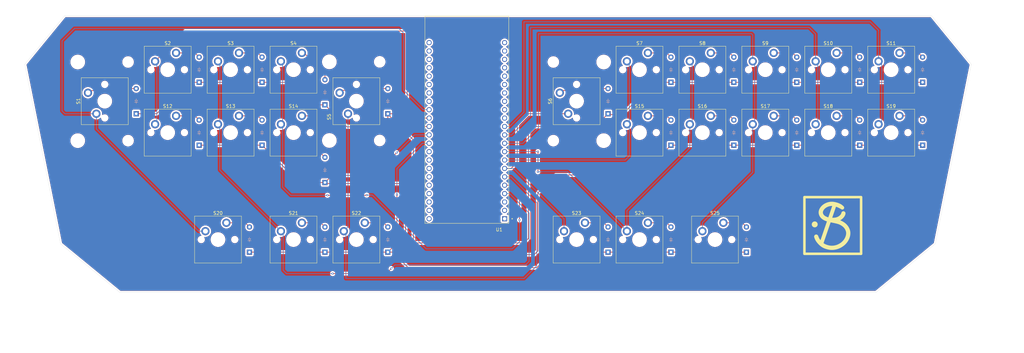
<source format=kicad_pcb>
(kicad_pcb (version 20241229) (generator "pcbnew") (generator_version "9.0")
  (layers (0 "F.Cu" signal) (2 "B.Cu" signal) (13 "F.Paste" user) (15 "B.Paste" user) (5 "F.SilkS" user "F.Silkscreen") (7 "B.SilkS" user "B.Silkscreen") (1 "F.Mask" user) (3 "B.Mask" user) (25 "Edge.Cuts" user))
  (net 0 "")
  (net 1 "row0")
  (net 2 "Net-(D1-A)")
  (net 3 "Net-(D2-A)")
  (net 4 "row1")
  (net 5 "Net-(D3-A)")
  (net 6 "Net-(D4-A)")
  (net 7 "Net-(D5-A)")
  (net 8 "Net-(D6-A)")
  (net 9 "Net-(D7-A)")
  (net 10 "Net-(D8-A)")
  (net 11 "Net-(D9-A)")
  (net 12 "Net-(D10-A)")
  (net 13 "Net-(D11-A)")
  (net 14 "Net-(D12-A)")
  (net 15 "row2")
  (net 16 "Net-(D13-A)")
  (net 17 "Net-(D14-A)")
  (net 18 "Net-(D15-A)")
  (net 19 "Net-(D16-A)")
  (net 20 "Net-(D17-A)")
  (net 21 "Net-(D18-A)")
  (net 22 "Net-(D19-A)")
  (net 23 "Net-(D20-A)")
  (net 24 "Net-(D21-A)")
  (net 25 "Net-(D25-A)")
  (net 26 "Net-(D22-A)")
  (net 27 "Net-(D23-A)")
  (net 28 "Net-(D24-A)")
  (net 29 "col2")
  (net 30 "col7")
  (net 31 "col0")
  (net 32 "col1")
  (net 33 "col3")
  (net 34 "col4")
  (net 35 "col5")
  (net 36 "col6")
  (net 37 "col8")
  (net 38 "col9")
  (net 46 "col10")
  (footprint "ScottoKeebs_MX:MX_PCB_1.00u" (layer "F.Cu") (at 140.5898 88.6228)
    (property "Reference" "S21")
    (property "Value" "Keyswitch")
  )
  (footprint "ScottoKeebs_MX:MX_PCB_1.00u" (layer "F.Cu") (at 321.5648 37.1878)
    (property "Reference" "S11")
    (property "Value" "Keyswitch")
  )
  (footprint "ScottoKeebs_MX:MX_PCB_1.00u" (layer "F.Cu") (at 121.5398 37.1878)
    (property "Reference" "S3")
    (property "Value" "Keyswitch")
  )
  (footprint "ScottoKeebs_MX:MX_PCB_2.00u" (layer "F.Cu") (at 159.6398 46.7128 90)
    (property "Reference" "S5")
    (property "Value" "Keyswitch")
  )
  (footprint "ScottoKeebs_MX:MX_PCB_1.00u" (layer "F.Cu") (at 226.3148 88.6228)
    (property "Reference" "S23")
    (property "Value" "Keyswitch")
  )
  (footprint "ScottoKeebs_MX:MX_PCB_2.00u" (layer "F.Cu") (at 83.4398 46.7128 90)
    (property "Reference" "S1")
    (property "Value" "Keyswitch")
  )
  (footprint "ESP32-S3-DEVKITC-1-N8R8:ESP32-S3-DEVKITC-1-N8R8" (layer "F.Cu") (at 193.0916 52.3536 180)
    (property "Reference" "U1")
    (property "Value" "ESP32-S3-DEVKITC-1-N8R8")
  )
  (footprint "ScottoKeebs_MX:MX_PCB_1.00u" (layer "F.Cu") (at 268.2248 88.6228)
    (property "Reference" "S25")
    (property "Value" "Keyswitch")
  )
  (footprint "ScottoKeebs_MX:MX_PCB_1.00u" (layer "F.Cu") (at 302.5148 37.1878)
    (property "Reference" "S10")
    (property "Value" "Keyswitch")
  )
  (footprint "ScottoKeebs_MX:MX_PCB_1.00u" (layer "F.Cu") (at 283.4648 37.1878)
    (property "Reference" "S9")
    (property "Value" "Keyswitch")
  )
  (footprint "ScottoKeebs_MX:MX_PCB_1.00u" (layer "F.Cu") (at 117.7298 88.6228)
    (property "Reference" "S20")
    (property "Value" "Keyswitch")
  )
  (footprint "ScottoKeebs_MX:MX_PCB_1.00u" (layer "F.Cu") (at 283.4648 56.2378)
    (property "Reference" "S17")
    (property "Value" "Keyswitch")
  )
  (footprint "ScottoKeebs_MX:MX_PCB_2.00u" (layer "F.Cu") (at 226.3148 46.7128 90)
    (property "Reference" "S6")
    (property "Value" "Keyswitch")
  )
  (footprint "ScottoKeebs_MX:MX_PCB_1.00u" (layer "F.Cu") (at 245.3648 88.6228)
    (property "Reference" "S24")
    (property "Value" "Keyswitch")
  )
  (footprint "ScottoKeebs_MX:MX_PCB_1.00u" (layer "F.Cu") (at 302.5148 56.2378)
    (property "Reference" "S18")
    (property "Value" "Keyswitch")
  )
  (footprint "ScottoKeebs_MX:MX_PCB_1.00u" (layer "F.Cu") (at 245.3648 37.1878)
    (property "Reference" "S7")
    (property "Value" "Keyswitch")
  )
  (footprint "ScottoKeebs_MX:MX_PCB_1.00u" (layer "F.Cu") (at 102.4898 56.2378)
    (property "Reference" "S12")
    (property "Value" "Keyswitch")
  )
  (footprint "marbastlib-mx:STAB_MX_2u" (layer "F.Cu") (at 226.264 46.7636 90)
    (property "Reference" "S28" (hide yes))
    (property "Value" "MX_stab")
  )
  (footprint "ScottoKeebs_MX:MX_PCB_1.00u" (layer "F.Cu") (at 321.5648 56.2378)
    (property "Reference" "S19")
    (property "Value" "Keyswitch")
  )
  (footprint "ScottoKeebs_MX:MX_PCB_1.00u" (layer "F.Cu") (at 140.5898 56.2378)
    (property "Reference" "S14")
    (property "Value" "Keyswitch")
  )
  (footprint "ScottoKeebs_MX:MX_PCB_1.00u" (layer "F.Cu") (at 159.6398 88.6228)
    (property "Reference" "S22")
    (property "Value" "Keyswitch")
  )
  (footprint "marbastlib-mx:STAB_MX_2u" (layer "F.Cu") (at 83.516 46.7636 -90)
    (property "Reference" "S26" (hide yes))
    (property "Value" "MX_stab")
  )
  (footprint "logo.preety:logo_30" (layer "F.Cu") (at 303.888231 85.675564)
    (property "Reference" "G***" (hide yes))
    (property "Value" "LOGO" (hide yes))
  )
  (footprint "ScottoKeebs_MX:MX_PCB_1.00u" (layer "F.Cu") (at 102.4898 37.1878)
    (property "Reference" "S2")
    (property "Value" "Keyswitch")
  )
  (footprint "ScottoKeebs_MX:MX_PCB_1.00u" (layer "F.Cu") (at 245.3648 56.2378)
    (property "Reference" "S15")
    (property "Value" "Keyswitch")
  )
  (footprint "ScottoKeebs_MX:MX_PCB_1.00u" (layer "F.Cu") (at 140.5898 37.1878)
    (property "Reference" "S4")
    (property "Value" "Keyswitch")
  )
  (footprint "ScottoKeebs_MX:MX_PCB_1.00u" (layer "F.Cu") (at 264.4148 56.2378)
    (property "Reference" "S16")
    (property "Value" "Keyswitch")
  )
  (footprint "ScottoKeebs_MX:MX_PCB_1.00u" (layer "F.Cu") (at 264.4148 37.1878)
    (property "Reference" "S8")
    (property "Value" "Keyswitch")
  )
  (footprint "ScottoKeebs_MX:MX_PCB_1.00u" (layer "F.Cu") (at 121.5398 56.2378)
    (property "Reference" "S13")
    (property "Value" "Keyswitch")
  )
  (footprint "marbastlib-mx:STAB_MX_2u" (layer "F.Cu") (at 159.70835 46.7128 -90)
    (property "Reference" "S27" (hide yes))
    (property "Value" "MX_stab")
  )
  (footprint "ScottoKeebs_Components:Diode_DO-35" (layer "B.Cu") (at 150.1148 71.3508 90)
    (property "Reference" "D14" (hide yes))
    (property "Value" "Diode" (hide yes))
  )
  (footprint "ScottoKeebs_Components:Diode_DO-35" (layer "B.Cu") (at 331.0898 60.0478 90)
    (property "Reference" "D19" (hide yes))
    (property "Value" "Diode" (hide yes))
  )
  (footprint "ScottoKeebs_Components:Diode_DO-35" (layer "B.Cu") (at 112.0148 60.0478 90)
    (property "Reference" "D12" (hide yes))
    (property "Value" "Diode" (hide yes))
  )
  (footprint "ScottoKeebs_Components:Diode_DO-35" (layer "B.Cu") (at 254.8898 92.4328 90)
    (property "Reference" "D24" (hide yes))
    (property "Value" "Diode" (hide yes))
  )
  (footprint "ScottoKeebs_Components:Diode_DO-35" (layer "B.Cu") (at 331.0898 40.9978 90)
    (property "Reference" "D11" (hide yes))
    (property "Value" "Diode" (hide yes))
  )
  (footprint "ScottoKeebs_Components:Diode_DO-35" (layer "B.Cu") (at 235.8398 92.4328 90)
    (property "Reference" "D23" (hide yes))
    (property "Value" "Diode" (hide yes))
  )
  (footprint "ScottoKeebs_Components:Diode_DO-35" (layer "B.Cu") (at 131.0648 60.0478 90)
    (property "Reference" "D13" (hide yes))
    (property "Value" "Diode" (hide yes))
  )
  (footprint "ScottoKeebs_Components:Diode_DO-35" (layer "B.Cu") (at 127.2548 92.4328 90)
    (property "Reference" "D20" (hide yes))
    (property "Value" "Diode" (hide yes))
  )
  (footprint "ScottoKeebs_Components:Diode_DO-35" (layer "B.Cu") (at 169.1648 50.5228 90)
    (property "Reference" "D5" (hide yes))
    (property "Value" "Diode" (hide yes))
  )
  (footprint "ScottoKeebs_Components:Diode_DO-35" (layer "B.Cu") (at 292.9898 60.0478 90)
    (property "Reference" "D17" (hide yes))
    (property "Value" "Diode" (hide yes))
  )
  (footprint "ScottoKeebs_Components:Diode_DO-35" (layer "B.Cu") (at 150.1148 92.4328 90)
    (property "Reference" "D21" (hide yes))
    (property "Value" "Diode" (hide yes))
  )
  (footprint "ScottoKeebs_Components:Diode_DO-35" (layer "B.Cu") (at 150.1148 47.8304 90)
    (property "Reference" "D4" (hide yes))
    (property "Value" "Diode" (hide yes))
  )
  (footprint "ScottoKeebs_Components:Diode_DO-35" (layer "B.Cu") (at 169.1648 92.4328 90)
    (property "Reference" "D22" (hide yes))
    (property "Value" "Diode" (hide yes))
  )
  (footprint "ScottoKeebs_Components:Diode_DO-35" (layer "B.Cu") (at 92.9648 50.5228 90)
    (property "Reference" "D1" (hide yes))
    (property "Value" "Diode" (hide yes))
  )
  (footprint "ScottoKeebs_Components:Diode_DO-35" (layer "B.Cu") (at 254.8898 60.0478 90)
    (property "Reference" "D15" (hide yes))
    (property "Value" "Diode" (hide yes))
  )
  (footprint "ScottoKeebs_Components:Diode_DO-35" (layer "B.Cu") (at 277.7498 92.4328 90)
    (property "Reference" "D25" (hide yes))
    (property "Value" "Diode" (hide yes))
  )
  (footprint "ScottoKeebs_Components:Diode_DO-35" (layer "B.Cu") (at 312.0398 40.9978 90)
    (property "Reference" "D10" (hide yes))
    (property "Value" "Diode" (hide yes))
  )
  (footprint "ScottoKeebs_Components:Diode_DO-35" (layer "B.Cu") (at 312.0398 60.0478 90)
    (property "Reference" "D18" (hide yes))
    (property "Value" "Diode" (hide yes))
  )
  (footprint "ScottoKeebs_Components:Diode_DO-35" (layer "B.Cu") (at 131.0648 40.9978 90)
    (property "Reference" "D3" (hide yes))
    (property "Value" "Diode" (hide yes))
  )
  (footprint "ScottoKeebs_Components:Diode_DO-35" (layer "B.Cu") (at 235.8398 50.5228 90)
    (property "Reference" "D6" (hide yes))
    (property "Value" "Diode" (hide yes))
  )
  (footprint "ScottoKeebs_Components:Diode_DO-35" (layer "B.Cu") (at 112.0148 40.9978 90)
    (property "Reference" "D2" (hide yes))
    (property "Value" "Diode" (hide yes))
  )
  (footprint "ScottoKeebs_Components:Diode_DO-35" (layer "B.Cu") (at 292.9898 40.9978 90)
    (property "Reference" "D9" (hide yes))
    (property "Value" "Diode" (hide yes))
  )
  (footprint "ScottoKeebs_Components:Diode_DO-35" (layer "B.Cu") (at 273.9398 60.0478 90)
    (property "Reference" "D16" (hide yes))
    (property "Value" "Diode" (hide yes))
  )
  (footprint "ScottoKeebs_Components:Diode_DO-35" (layer "B.Cu") (at 273.9398 40.9978 90)
    (property "Reference" "D8" (hide yes))
    (property "Value" "Diode" (hide yes))
  )
  (footprint "ScottoKeebs_Components:Diode_DO-35" (layer "B.Cu") (at 254.8898 40.9978 90)
    (property "Reference" "D7" (hide yes))
    (property "Value" "Diode" (hide yes))
  )
  (gr_line (start 345.829958 35.520313) (end 333.77734 20.812732) (stroke (width 0.05)) (layer "Edge.Cuts"))
  (gr_line (start 316.979911 104.632732) (end 88.008514 104.632732) (stroke (width 0.05)) (layer "Edge.Cuts"))
  (gr_line (start 59.227937 35.523132) (end 70.075234 89.922332) (stroke (width 0.05)) (layer "Edge.Cuts"))
  (gr_line (start 70.075234 89.922332) (end 88.008514 104.632732) (stroke (width 0.05)) (layer "Edge.Cuts"))
  (gr_line (start 345.829958 35.520313) (end 334.927293 89.925151) (stroke (width 0.05)) (layer "Edge.Cuts"))
  (gr_line (start 333.77734 20.812732) (end 71.294657 20.812732) (stroke (width 0.05)) (layer "Edge.Cuts"))
  (gr_line (start 71.294657 20.812732) (end 59.227937 35.523132) (stroke (width 0.05)) (layer "Edge.Cuts"))
  (gr_line (start 334.927293 89.925151) (end 316.979911 104.632732) (stroke (width 0.05)) (layer "Edge.Cuts"))
  (segment (start 249.9114 40.9978) (end 254.8898 40.9978) (width 0.2) (layer "F.Cu") (net 1))
  (segment (start 236.0938 50.7768) (end 240.1324 50.7768) (width 0.2) (layer "F.Cu") (net 1))
  (segment (start 176.8864 58.4476) (end 176.8864 89.6388) (width 0.2) (layer "F.Cu") (net 1))
  (segment (start 150.1148 47.8304) (end 156.7696 54.4852) (width 0.2) (layer "F.Cu") (net 1))
  (segment (start 169.1648 51.742) (end 169.1648 50.5228) (width 0.2) (layer "F.Cu") (net 1))
  (segment (start 231.979 54.3836) (end 235.8398 50.5228) (width 0.2) (layer "F.Cu") (net 1))
  (segment (start 210.3636 89.6388) (end 211.7352 88.2672) (width 0.2) (layer "F.Cu") (net 1))
  (segment (start 147.8288 47.8304) (end 150.1148 47.8304) (width 0.2) (layer "F.Cu") (net 1))
  (segment (start 147.778 47.8812) (end 147.8288 47.8304) (width 0.2) (layer "F.Cu") (net 1))
  (segment (start 254.8898 40.9978) (end 331.0898 40.9978) (width 0.2) (layer "F.Cu") (net 1))
  (segment (start 156.7696 54.4852) (end 166.4216 54.4852) (width 0.2) (layer "F.Cu") (net 1))
  (segment (start 172.8224 50.5228) (end 176.6832 54.3836) (width 0.2) (layer "F.Cu") (net 1))
  (segment (start 235.8398 50.5228) (end 236.0938 50.7768) (width 0.2) (layer "F.Cu") (net 1))
  (segment (start 240.1324 50.7768) (end 249.9114 40.9978) (width 0.2) (layer "F.Cu") (net 1))
  (segment (start 112.0148 40.9978) (end 131.0648 40.9978) (width 0.2) (layer "F.Cu") (net 1))
  (segment (start 211.7352 88.2672) (end 211.7352 56.2124) (width 0.2) (layer "F.Cu") (net 1))
  (segment (start 211.7352 56.2124) (end 213.564 54.3836) (width 0.2) (layer "F.Cu") (net 1))
  (segment (start 140.8946 40.9978) (end 147.778 47.8812) (width 0.2) (layer "F.Cu") (net 1))
  (segment (start 169.1648 50.5228) (end 172.8224 50.5228) (width 0.2) (layer "F.Cu") (net 1))
  (segment (start 166.4216 54.4852) (end 169.1648 51.742) (width 0.2) (layer "F.Cu") (net 1))
  (segment (start 131.0648 40.9978) (end 140.8946 40.9978) (width 0.2) (layer "F.Cu") (net 1))
  (segment (start 92.9648 50.5228) (end 99.1624 50.5228) (width 0.2) (layer "F.Cu") (net 1))
  (segment (start 176.8864 89.6388) (end 210.3636 89.6388) (width 0.2) (layer "F.Cu") (net 1))
  (segment (start 169.1648 50.5228) (end 169.1648 50.726) (width 0.2) (layer "F.Cu") (net 1))
  (segment (start 169.1648 50.726) (end 176.8864 58.4476) (width 0.2) (layer "F.Cu") (net 1))
  (segment (start 213.564 54.3836) (end 231.979 54.3836) (width 0.2) (layer "F.Cu") (net 1))
  (segment (start 99.1624 50.5228) (end 108.6874 40.9978) (width 0.2) (layer "F.Cu") (net 1))
  (segment (start 176.6832 54.3836) (end 181.6616 54.3836) (width 0.2) (layer "F.Cu") (net 1))
  (segment (start 108.6874 40.9978) (end 112.0148 40.9978) (width 0.2) (layer "F.Cu") (net 1))
  (segment (start 78.3598 44.1728) (end 79.0202 43.5124) (width 0.2) (layer "F.Cu") (net 2))
  (segment (start 86.4624 43.5124) (end 87.072 42.9028) (width 0.2) (layer "F.Cu") (net 2))
  (segment (start 79.0202 43.5124) (end 86.4624 43.5124) (width 0.2) (layer "F.Cu") (net 2))
  (segment (start 87.072 42.9028) (end 92.9648 42.9028) (width 0.2) (layer "F.Cu") (net 2))
  (segment (start 110.7448 32.1078) (end 112.0148 33.3778) (width 0.2) (layer "F.Cu") (net 3))
  (segment (start 105.0298 32.1078) (end 110.7448 32.1078) (width 0.2) (layer "F.Cu") (net 3))
  (segment (start 254.8898 60.0478) (end 312.0398 60.0478) (width 0.2) (layer "F.Cu") (net 4))
  (segment (start 131.0648 60.0478) (end 142.3678 71.3508) (width 0.2) (layer "F.Cu") (net 4))
  (segment (start 214.58 74.5004) (end 220.0156 69.0648) (width 0.2) (layer "F.Cu") (net 4))
  (segment (start 213.4624 93.1948) (end 214.58 92.0772) (width 0.2) (layer "F.Cu") (net 4))
  (segment (start 171.8318 62.3338) (end 164.9992 69.1664) (width 0.2) (layer "F.Cu") (net 4))
  (segment (start 142.3678 71.3508) (end 150.1148 71.3508) (width 0.2) (layer "F.Cu") (net 4))
  (segment (start 214.58 92.0772) (end 214.58 74.5004) (width 0.2) (layer "F.Cu") (net 4))
  (segment (start 245.8728 69.0648) (end 254.8898 60.0478) (width 0.2) (layer "F.Cu") (net 4))
  (segment (start 150.4196 71.6556) (end 174.5496 71.6556) (width 0.2) (layer "F.Cu") (net 4))
  (segment (start 152.2992 69.1664) (end 150.1148 71.3508) (width 0.2) (layer "F.Cu") (net 4))
  (segment (start 174.5496 93.1948) (end 213.4624 93.1948) (width 0.2) (layer "F.Cu") (net 4))
  (segment (start 112.0148 60.0478) (end 131.0648 60.0478) (width 0.2) (layer "F.Cu") (net 4))
  (segment (start 312.0398 60.0478) (end 331.0898 60.0478) (width 0.2) (layer "F.Cu") (net 4))
  (segment (start 220.0156 69.0648) (end 245.8728 69.0648) (width 0.2) (layer "F.Cu") (net 4))
  (segment (start 164.9992 69.1664) (end 152.2992 69.1664) (width 0.2) (layer "F.Cu") (net 4))
  (segment (start 174.5496 71.6556) (end 174.5496 93.1948) (width 0.2) (layer "F.Cu") (net 4))
  (segment (start 150.1148 71.3508) (end 150.4196 71.6556) (width 0.2) (layer "F.Cu") (net 4))
  (via (at 171.8318 62.3338) (size 0.6) (drill 0.3) (layers "F.Cu" "B.Cu") (net 4))
  (segment (start 177.242 56.9236) (end 181.6616 56.9236) (width 0.2) (layer "B.Cu") (net 4))
  (segment (start 171.8318 62.3338) (end 177.242 56.9236) (width 0.2) (layer "B.Cu") (net 4))
  (segment (start 129.7948 32.1078) (end 131.0648 33.3778) (width 0.2) (layer "F.Cu") (net 5))
  (segment (start 124.0798 32.1078) (end 129.7948 32.1078) (width 0.2) (layer "F.Cu") (net 5))
  (segment (start 143.1298 32.1078) (end 143.7902 32.1078) (width 0.2) (layer "F.Cu") (net 6))
  (segment (start 150.1148 38.4324) (end 150.1148 40.2104) (width 0.2) (layer "F.Cu") (net 6))
  (segment (start 143.7902 32.1078) (end 150.1148 38.4324) (width 0.2) (layer "F.Cu") (net 6))
  (segment (start 155.3218 43.4108) (end 163.3736 43.4108) (width 0.2) (layer "F.Cu") (net 7))
  (segment (start 163.8816 42.9028) (end 169.1648 42.9028) (width 0.2) (layer "F.Cu") (net 7))
  (segment (start 154.5598 44.1728) (end 155.3218 43.4108) (width 0.2) (layer "F.Cu") (net 7))
  (segment (start 163.3736 43.4108) (end 163.8816 42.9028) (width 0.2) (layer "F.Cu") (net 7))
  (segment (start 221.2348 44.1728) (end 221.946 43.4616) (width 0.2) (layer "F.Cu") (net 8))
  (segment (start 229.6168 43.4616) (end 230.1756 42.9028) (width 0.2) (layer "F.Cu") (net 8))
  (segment (start 230.1756 42.9028) (end 235.8398 42.9028) (width 0.2) (layer "F.Cu") (net 8))
  (segment (start 221.946 43.4616) (end 229.6168 43.4616) (width 0.2) (layer "F.Cu") (net 8))
  (segment (start 247.9048 32.1078) (end 253.6198 32.1078) (width 0.2) (layer "F.Cu") (net 9))
  (segment (start 253.6198 32.1078) (end 254.8898 33.3778) (width 0.2) (layer "F.Cu") (net 9))
  (segment (start 272.6698 32.1078) (end 273.9398 33.3778) (width 0.2) (layer "F.Cu") (net 10))
  (segment (start 266.9548 32.1078) (end 272.6698 32.1078) (width 0.2) (layer "F.Cu") (net 10))
  (segment (start 286.0048 32.1078) (end 291.7198 32.1078) (width 0.2) (layer "F.Cu") (net 11))
  (segment (start 291.7198 32.1078) (end 292.9898 33.3778) (width 0.2) (layer "F.Cu") (net 11))
  (segment (start 305.0548 32.1078) (end 310.7698 32.1078) (width 0.2) (layer "F.Cu") (net 12))
  (segment (start 310.7698 32.1078) (end 312.0398 33.3778) (width 0.2) (layer "F.Cu") (net 12))
  (segment (start 324.1048 32.1078) (end 329.8198 32.1078) (width 0.2) (layer "F.Cu") (net 13))
  (segment (start 329.8198 32.1078) (end 331.0898 33.3778) (width 0.2) (layer "F.Cu") (net 13))
  (segment (start 105.0298 51.1578) (end 110.7448 51.1578) (width 0.2) (layer "F.Cu") (net 14))
  (segment (start 110.7448 51.1578) (end 112.0148 52.4278) (width 0.2) (layer "F.Cu") (net 14))
  (segment (start 169.1648 92.4328) (end 170.638 92.4328) (width 0.2) (layer "F.Cu") (net 15))
  (segment (start 175.3624 97.1572) (end 214.2244 97.1572) (width 0.2) (layer "F.Cu") (net 15))
  (segment (start 170.638 92.4328) (end 175.3624 97.1572) (width 0.2) (layer "F.Cu") (net 15))
  (segment (start 218.9488 92.4328) (end 235.8398 92.4328) (width 0.2) (layer "F.Cu") (net 15))
  (segment (start 169.1648 92.4328) (end 171.908 89.6896) (width 0.2) (layer "F.Cu") (net 15))
  (segment (start 127.2548 92.4328) (end 169.1648 92.4328) (width 0.2) (layer "F.Cu") (net 15))
  (segment (start 235.8398 92.4328) (end 277.7498 92.4328) (width 0.2) (layer "F.Cu") (net 15))
  (segment (start 171.908 89.6896) (end 171.908 75.0496) (width 0.2) (layer "F.Cu") (net 15))
  (segment (start 214.2244 97.1572) (end 218.9488 92.4328) (width 0.2) (layer "F.Cu") (net 15))
  (via (at 171.908 75.0496) (size 0.6) (drill 0.3) (layers "F.Cu" "B.Cu") (net 15))
  (segment (start 179.5788 59.4636) (end 181.6616 59.4636) (width 0.2) (layer "B.Cu") (net 15))
  (segment (start 171.908 67.1344) (end 179.5788 59.4636) (width 0.2) (layer "B.Cu") (net 15))
  (segment (start 171.908 75.0496) (end 171.908 67.1344) (width 0.2) (layer "B.Cu") (net 15))
  (segment (start 129.7948 51.1578) (end 131.0648 52.4278) (width 0.2) (layer "F.Cu") (net 16))
  (segment (start 124.0798 51.1578) (end 129.7948 51.1578) (width 0.2) (layer "F.Cu") (net 16))
  (segment (start 143.1298 51.1578) (end 147.8542 51.1578) (width 0.2) (layer "F.Cu") (net 17))
  (segment (start 147.8542 51.1578) (end 148.0828 51.3864) (width 0.2) (layer "F.Cu") (net 17))
  (segment (start 148.0828 51.3864) (end 148.0828 61.6988) (width 0.2) (layer "F.Cu") (net 17))
  (segment (start 148.0828 61.6988) (end 150.1148 63.7308) (width 0.2) (layer "F.Cu") (net 17))
  (segment (start 253.6198 51.1578) (end 254.8898 52.4278) (width 0.2) (layer "F.Cu") (net 18))
  (segment (start 247.9048 51.1578) (end 253.6198 51.1578) (width 0.2) (layer "F.Cu") (net 18))
  (segment (start 272.6698 51.1578) (end 273.9398 52.4278) (width 0.2) (layer "F.Cu") (net 19))
  (segment (start 266.9548 51.1578) (end 272.6698 51.1578) (width 0.2) (layer "F.Cu") (net 19))
  (segment (start 291.7198 51.1578) (end 292.9898 52.4278) (width 0.2) (layer "F.Cu") (net 20))
  (segment (start 286.0048 51.1578) (end 291.7198 51.1578) (width 0.2) (layer "F.Cu") (net 20))
  (segment (start 305.0548 51.1578) (end 310.7698 51.1578) (width 0.2) (layer "F.Cu") (net 21))
  (segment (start 310.7698 51.1578) (end 312.0398 52.4278) (width 0.2) (layer "F.Cu") (net 21))
  (segment (start 329.8198 51.1578) (end 331.0898 52.4278) (width 0.2) (layer "F.Cu") (net 22))
  (segment (start 324.1048 51.1578) (end 329.8198 51.1578) (width 0.2) (layer "F.Cu") (net 22))
  (segment (start 125.9848 83.5428) (end 127.2548 84.8128) (width 0.2) (layer "F.Cu") (net 23))
  (segment (start 120.2698 83.5428) (end 125.9848 83.5428) (width 0.2) (layer "F.Cu") (net 23))
  (segment (start 143.1298 83.5428) (end 148.8448 83.5428) (width 0.2) (layer "F.Cu") (net 24))
  (segment (start 148.8448 83.5428) (end 150.1148 84.8128) (width 0.2) (layer "F.Cu") (net 24))
  (segment (start 276.4798 83.5428) (end 277.7498 84.8128) (width 0.2) (layer "F.Cu") (net 25))
  (segment (start 270.7648 83.5428) (end 276.4798 83.5428) (width 0.2) (layer "F.Cu") (net 25))
  (segment (start 167.8948 83.5428) (end 169.1648 84.8128) (width 0.2) (layer "F.Cu") (net 26))
  (segment (start 162.1798 83.5428) (end 167.8948 83.5428) (width 0.2) (layer "F.Cu") (net 26))
  (segment (start 234.5698 83.5428) (end 235.8398 84.8128) (width 0.2) (layer "F.Cu") (net 27))
  (segment (start 228.8548 83.5428) (end 234.5698 83.5428) (width 0.2) (layer "F.Cu") (net 27))
  (segment (start 247.9048 83.5428) (end 253.6198 83.5428) (width 0.2) (layer "F.Cu") (net 28))
  (segment (start 253.6198 83.5428) (end 254.8898 84.8128) (width 0.2) (layer "F.Cu") (net 28))
  (segment (start 168.6568 98.9352) (end 170.1808 97.4112) (width 0.2) (layer "F.Cu") (net 29))
  (segment (start 152.4516 98.9352) (end 168.6568 98.9352) (width 0.2) (layer "F.Cu") (net 29))
  (via (at 170.1808 97.4112) (size 0.6) (drill 0.3) (layers "F.Cu" "B.Cu") (net 29))
  (via (at 152.4516 98.9352) (size 0.6) (drill 0.3) (layers "F.Cu" "B.Cu") (net 29))
  (segment (start 137.4656 97.9192) (end 138.4816 98.9352) (width 0.2) (layer "B.Cu") (net 29))
  (segment (start 211.9384 95.2268) (end 211.9384 80.5964) (width 0.2) (layer "B.Cu") (net 29))
  (segment (start 210.8716 96.2936) (end 211.9384 95.2268) (width 0.2) (layer "B.Cu") (net 29))
  (segment (start 136.7798 86.0828) (end 137.4656 86.7686) (width 0.2) (layer "B.Cu") (net 29))
  (segment (start 117.7298 53.6978) (end 118.2632 54.2312) (width 0.2) (layer "B.Cu") (net 29))
  (segment (start 170.1808 97.4112) (end 171.2984 96.2936) (width 0.2) (layer "B.Cu") (net 29))
  (segment (start 118.2632 67.5662) (end 136.7798 86.0828) (width 0.2) (layer "B.Cu") (net 29))
  (segment (start 118.314 53.1136) (end 117.7298 53.6978) (width 0.2) (layer "B.Cu") (net 29))
  (segment (start 138.4816 98.9352) (end 152.4516 98.9352) (width 0.2) (layer "B.Cu") (net 29))
  (segment (start 171.2984 96.2936) (end 210.8716 96.2936) (width 0.2) (layer "B.Cu") (net 29))
  (segment (start 137.4656 86.7686) (end 137.4656 97.9192) (width 0.2) (layer "B.Cu") (net 29))
  (segment (start 118.314 35.232) (end 118.314 53.1136) (width 0.2) (layer "B.Cu") (net 29))
  (segment (start 118.2632 54.2312) (end 118.2632 67.5662) (width 0.2) (layer "B.Cu") (net 29))
  (segment (start 206.0456 74.7036) (end 204.5216 74.7036) (width 0.2) (layer "B.Cu") (net 29))
  (segment (start 211.9384 80.5964) (end 206.0456 74.7036) (width 0.2) (layer "B.Cu") (net 29))
  (segment (start 117.7298 34.6478) (end 118.314 35.232) (width 0.2) (layer "B.Cu") (net 29))
  (segment (start 214.6308 68.0488) (end 214.6308 62.0036) (width 0.2) (layer "F.Cu") (net 30))
  (segment (start 214.58 68.0996) (end 214.6308 68.0488) (width 0.2) (layer "F.Cu") (net 30))
  (via (at 214.6308 62.0036) (size 0.6) (drill 0.3) (layers "F.Cu" "B.Cu") (net 30))
  (via (at 214.58 68.0996) (size 0.6) (drill 0.3) (layers "F.Cu" "B.Cu") (net 30))
  (segment (start 214.58 68.0996) (end 223.5716 68.0996) (width 0.2) (layer "B.Cu") (net 30))
  (segment (start 214.58 61.9528) (end 204.5724 61.9528) (width 0.2) (layer "B.Cu") (net 30))
  (segment (start 260.6048 34.6478) (end 261.316 35.359) (width 0.2) (layer "B.Cu") (net 30))
  (segment (start 260.6048 60.8352) (end 241.5548 79.8852) (width 0.2) (layer "B.Cu") (net 30))
  (segment (start 214.6308 62.0036) (end 214.58 61.9528) (width 0.2) (layer "B.Cu") (net 30))
  (segment (start 261.316 52.9866) (end 260.6048 53.6978) (width 0.2) (layer "B.Cu") (net 30))
  (segment (start 204.5724 61.9528) (end 204.5216 62.0036) (width 0.2) (layer "B.Cu") (net 30))
  (segment (start 241.5548 79.8852) (end 241.5548 86.0828) (width 0.2) (layer "B.Cu") (net 30))
  (segment (start 223.5716 68.0996) (end 241.5548 86.0828) (width 0.2) (layer "B.Cu") (net 30))
  (segment (start 261.316 35.359) (end 261.316 52.9866) (width 0.2) (layer "B.Cu") (net 30))
  (segment (start 260.6048 53.6978) (end 260.6048 60.8352) (width 0.2) (layer "B.Cu") (net 30))
  (segment (start 80.8998 55.138974) (end 111.843626 86.0828) (width 0.2) (layer "B.Cu") (net 31))
  (segment (start 71.3748 50.5228) (end 70.5112 49.6592) (width 0.2) (layer "B.Cu") (net 31))
  (segment (start 80.8998 50.5228) (end 80.8998 55.138974) (width 0.2) (layer "B.Cu") (net 31))
  (segment (start 70.5112 49.6592) (end 70.5112 28.4756) (width 0.2) (layer "B.Cu") (net 31))
  (segment (start 70.5112 28.4756) (end 74.2704 24.7164) (width 0.2) (layer "B.Cu") (net 31))
  (segment (start 172.5176 24.7164) (end 173.94 26.1388) (width 0.2) (layer "B.Cu") (net 31))
  (segment (start 173.94 26.1388) (end 173.94 43.4108) (width 0.2) (layer "B.Cu") (net 31))
  (segment (start 80.8998 50.5228) (end 71.3748 50.5228) (width 0.2) (layer "B.Cu") (net 31))
  (segment (start 179.8328 49.3036) (end 181.6616 49.3036) (width 0.2) (layer "B.Cu") (net 31))
  (segment (start 111.843626 86.0828) (end 113.9198 86.0828) (width 0.2) (layer "B.Cu") (net 31))
  (segment (start 173.94 43.4108) (end 179.8328 49.3036) (width 0.2) (layer "B.Cu") (net 31))
  (segment (start 74.2704 24.7164) (end 172.5176 24.7164) (width 0.2) (layer "B.Cu") (net 31))
  (segment (start 178.9184 51.8436) (end 181.6616 51.8436) (width 0.2) (layer "F.Cu") (net 32))
  (segment (start 98.6798 34.6478) (end 107.8492 25.4784) (width 0.2) (layer "F.Cu") (net 32))
  (segment (start 107.8492 25.4784) (end 175.0068 25.4784) (width 0.2) (layer "F.Cu") (net 32))
  (segment (start 175.0068 25.4784) (end 175.0068 47.932) (width 0.2) (layer "F.Cu") (net 32))
  (segment (start 175.0068 47.932) (end 178.9184 51.8436) (width 0.2) (layer "F.Cu") (net 32))
  (segment (start 99.2132 35.1812) (end 99.2132 53.1644) (width 0.2) (layer "B.Cu") (net 32))
  (segment (start 98.6798 34.6478) (end 99.2132 35.1812) (width 0.2) (layer "B.Cu") (net 32))
  (segment (start 99.2132 53.1644) (end 98.6798 53.6978) (width 0.2) (layer "B.Cu") (net 32))
  (segment (start 150.8768 75.2116) (end 162.7132 75.2116) (width 0.2) (layer "F.Cu") (net 33))
  (segment (start 205.9948 72.1636) (end 204.5216 72.1636) (width 0.2) (layer "F.Cu") (net 33))
  (segment (start 209.0428 82.6792) (end 209.0428 75.2116) (width 0.2) (layer "F.Cu") (net 33))
  (segment (start 209.0428 75.2116) (end 205.9948 72.1636) (width 0.2) (layer "F.Cu") (net 33))
  (segment (start 162.7132 75.2116) (end 162.764 75.1608) (width 0.2) (layer "F.Cu") (net 33))
  (via (at 150.8768 75.2116) (size 0.6) (drill 0.3) (layers "F.Cu" "B.Cu") (net 33))
  (via (at 209.0428 82.6792) (size 0.6) (drill 0.3) (layers "F.Cu" "B.Cu") (net 33))
  (via (at 162.764 75.1608) (size 0.6) (drill 0.3) (layers "F.Cu" "B.Cu") (net 33))
  (segment (start 209.0428 89.2324) (end 206.8584 91.4168) (width 0.2) (layer "B.Cu") (net 33))
  (segment (start 139.7516 75.2116) (end 150.8768 75.2116) (width 0.2) (layer "B.Cu") (net 33))
  (segment (start 164.4912 75.1608) (end 162.764 75.1608) (width 0.2) (layer "B.Cu") (net 33))
  (segment (start 137.3132 53.1644) (end 136.7798 53.6978) (width 0.2) (layer "B.Cu") (net 33))
  (segment (start 180.7472 91.4168) (end 164.4912 75.1608) (width 0.2) (layer "B.Cu") (net 33))
  (segment (start 136.7798 34.6478) (end 137.3132 35.1812) (width 0.2) (layer "B.Cu") (net 33))
  (segment (start 206.8584 91.4168) (end 180.7472 91.4168) (width 0.2) (layer "B.Cu") (net 33))
  (segment (start 137.3132 72.7732) (end 139.7516 75.2116) (width 0.2) (layer "B.Cu") (net 33))
  (segment (start 209.0428 82.6792) (end 209.0428 89.2324) (width 0.2) (layer "B.Cu") (net 33))
  (segment (start 137.3132 35.1812) (end 137.3132 53.1644) (width 0.2) (layer "B.Cu") (net 33))
  (segment (start 136.7798 53.6978) (end 137.3132 54.2312) (width 0.2) (layer "B.Cu") (net 33))
  (segment (start 137.3132 54.2312) (end 137.3132 72.7732) (width 0.2) (layer "B.Cu") (net 33))
  (segment (start 156.4648 100.4084) (end 210.4144 100.4084) (width 0.2) (layer "B.Cu") (net 34))
  (segment (start 157.0998 50.5228) (end 157.0998 84.8128) (width 0.2) (layer "B.Cu") (net 34))
  (segment (start 156.4648 86.7178) (end 156.4648 100.4084) (width 0.2) (layer "B.Cu") (net 34))
  (segment (start 206.452 69.6236) (end 204.5216 69.6236) (width 0.2) (layer "B.Cu") (net 34))
  (segment (start 157.0998 84.8128) (end 155.8298 86.0828) (width 0.2) (layer "B.Cu") (net 34))
  (segment (start 214.2752 96.5476) (end 214.2752 77.4468) (width 0.2) (layer "B.Cu") (net 34))
  (segment (start 155.8298 86.0828) (end 156.4648 86.7178) (width 0.2) (layer "B.Cu") (net 34))
  (segment (start 210.4144 100.4084) (end 214.2752 96.5476) (width 0.2) (layer "B.Cu") (net 34))
  (segment (start 214.2752 77.4468) (end 206.452 69.6236) (width 0.2) (layer "B.Cu") (net 34))
  (segment (start 223.7748 50.5228) (end 211.5828 50.5228) (width 0.2) (layer "F.Cu") (net 35))
  (segment (start 211.5828 50.5228) (end 208.3316 53.774) (width 0.2) (layer "F.Cu") (net 35))
  (segment (start 208.3316 65.2548) (end 206.5028 67.0836) (width 0.2) (layer "F.Cu") (net 35))
  (segment (start 208.3316 53.774) (end 208.3316 65.2548) (width 0.2) (layer "F.Cu") (net 35))
  (segment (start 206.5028 67.0836) (end 204.5216 67.0836) (width 0.2) (layer "F.Cu") (net 35))
  (segment (start 204.5216 67.0836) (end 207.2648 67.0836) (width 0.2) (layer "B.Cu") (net 35))
  (segment (start 207.2648 67.0836) (end 222.5048 82.3236) (width 0.2) (layer "B.Cu") (net 35))
  (segment (start 222.5048 82.3236) (end 222.5048 86.0828) (width 0.2) (layer "B.Cu") (net 35))
  (segment (start 241.5548 34.6478) (end 242.266 35.359) (width 0.2) (layer "B.Cu") (net 36))
  (segment (start 242.266 63.3244) (end 241.0468 64.5436) (width 0.2) (layer "B.Cu") (net 36))
  (segment (start 242.266 35.359) (end 242.266 52.9866) (width 0.2) (layer "B.Cu") (net 36))
  (segment (start 242.266 52.9866) (end 241.5548 53.6978) (width 0.2) (layer "B.Cu") (net 36))
  (segment (start 241.0468 64.5436) (end 204.5216 64.5436) (width 0.2) (layer "B.Cu") (net 36))
  (segment (start 241.5548 53.6978) (end 242.266 54.409) (width 0.2) (layer "B.Cu") (net 36))
  (segment (start 242.266 54.409) (end 242.266 63.3244) (width 0.2) (layer "B.Cu") (net 36))
  (segment (start 279.2992 26.2912) (end 214.7832 26.2912) (width 0.2) (layer "B.Cu") (net 37))
  (segment (start 279.6548 53.6978) (end 279.6548 68.252) (width 0.2) (layer "B.Cu") (net 37))
  (segment (start 264.4148 83.492) (end 264.4148 86.0828) (width 0.2) (layer "B.Cu") (net 37))
  (segment (start 210.0588 59.4636) (end 204.5216 59.4636) (width 0.2) (layer "B.Cu") (net 37))
  (segment (start 280.2644 35.2574) (end 280.2644 53.0882) (width 0.2) (layer "B.Cu") (net 37))
  (segment (start 214.7832 54.7392) (end 210.0588 59.4636) (width 0.2) (layer "B.Cu") (net 37))
  (segment (start 279.6548 34.6478) (end 279.6548 26.6468) (width 0.2) (layer "B.Cu") (net 37))
  (segment (start 279.6548 34.6478) (end 280.2644 35.2574) (width 0.2) (layer "B.Cu") (net 37))
  (segment (start 280.2644 53.0882) (end 279.6548 53.6978) (width 0.2) (layer "B.Cu") (net 37))
  (segment (start 214.7832 26.2912) (end 214.7832 54.7392) (width 0.2) (layer "B.Cu") (net 37))
  (segment (start 279.6548 26.6468) (end 279.2992 26.2912) (width 0.2) (layer "B.Cu") (net 37))
  (segment (start 279.6548 68.252) (end 264.4148 83.492) (width 0.2) (layer "B.Cu") (net 37))
  (segment (start 296.7236 24.4116) (end 212.3956 24.4116) (width 0.2) (layer "B.Cu") (net 38))
  (segment (start 298.7048 34.6478) (end 299.3652 35.3082) (width 0.2) (layer "B.Cu") (net 38))
  (segment (start 299.3652 35.3082) (end 299.3652 53.0374) (width 0.2) (layer "B.Cu") (net 38))
  (segment (start 206.6044 56.9236) (end 204.5216 56.9236) (width 0.2) (layer "B.Cu") (net 38))
  (segment (start 298.7048 34.6478) (end 298.7048 26.3928) (width 0.2) (layer "B.Cu") (net 38))
  (segment (start 299.3652 53.0374) (end 298.7048 53.6978) (width 0.2) (layer "B.Cu") (net 38))
  (segment (start 212.3956 24.4116) (end 212.3956 51.1324) (width 0.2) (layer "B.Cu") (net 38))
  (segment (start 298.7048 26.3928) (end 296.7236 24.4116) (width 0.2) (layer "B.Cu") (net 38))
  (segment (start 212.3956 51.1324) (end 206.6044 56.9236) (width 0.2) (layer "B.Cu") (net 38))
  (segment (start 317.8056 25.2752) (end 315.2148 22.6844) (width 0.2) (layer "B.Cu") (net 46))
  (segment (start 317.7548 34.6478) (end 318.72 35.613) (width 0.2) (layer "B.Cu") (net 46))
  (segment (start 210.3636 22.6844) (end 210.3636 50.0148) (width 0.2) (layer "B.Cu") (net 46))
  (segment (start 315.2148 22.6844) (end 210.3636 22.6844) (width 0.2) (layer "B.Cu") (net 46))
  (segment (start 317.7548 25.326) (end 317.8056 25.2752) (width 0.2) (layer "B.Cu") (net 46))
  (segment (start 318.72 52.7326) (end 317.7548 53.6978) (width 0.2) (layer "B.Cu") (net 46))
  (segment (start 210.3636 50.0148) (end 205.9948 54.3836) (width 0.2) (layer "B.Cu") (net 46))
  (segment (start 318.72 35.613) (end 318.72 52.7326) (width 0.2) (layer "B.Cu") (net 46))
  (segment (start 205.9948 54.3836) (end 204.5216 54.3836) (width 0.2) (layer "B.Cu") (net 46))
  (segment (start 317.7548 34.6478) (end 317.7548 25.326) (width 0.2) (layer "B.Cu") (net 46))
  (zone (net 0) (net_name "") (layers "F.Cu" "B.Cu") (connect_pads (clearance 0.5)) (min_thickness 0.25) (fill yes (thermal_gap 0.5) (thermal_bridge_width 0.5) (island_removal_mode 1) (island_area_min 10))
    (polygon (pts (xy 54.814 16.3852) (xy 361.7984 16.0804) (xy 354.6864 121.6936) (xy 51.7152 122.9636)))
  )
)
</source>
